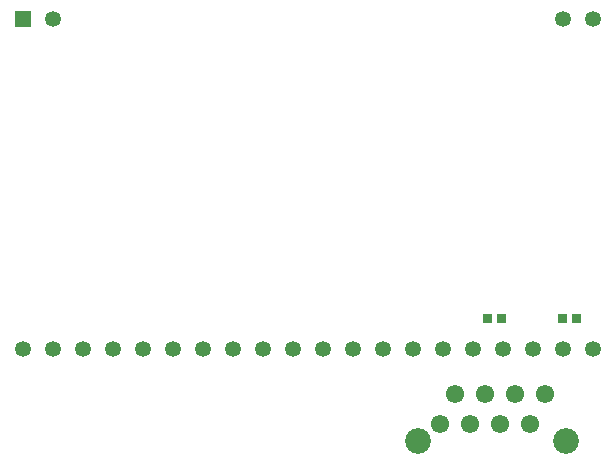
<source format=gts>
G04 start of page 7 for group -4063 idx -4063 *
G04 Title: roomunit-display, componentmask *
G04 Creator: pcb 1.99z *
G04 CreationDate: mån  6 apr 2015 22:03:21 UTC *
G04 For: jonatan *
G04 Format: Gerber/RS-274X *
G04 PCB-Dimensions (mil): 2362.20 1653.54 *
G04 PCB-Coordinate-Origin: lower left *
%MOIN*%
%FSLAX25Y25*%
%LNTOPMASK*%
%ADD34R,0.0276X0.0276*%
%ADD33C,0.0860*%
%ADD32C,0.0611*%
%ADD31C,0.0530*%
%ADD30C,0.0001*%
G54D30*G36*
X17350Y158004D02*Y152704D01*
X22650D01*
Y158004D01*
X17350D01*
G37*
G54D31*X30000Y155354D03*
X200000D03*
X210000D03*
G54D32*X169000Y20354D03*
X159000D03*
X174000Y30354D03*
X164000D03*
X189000Y20354D03*
X179000D03*
X184000Y30354D03*
X194000D03*
G54D31*X210000Y45354D03*
X200000D03*
X190000D03*
G54D33*X201100Y14554D03*
G54D31*X180000Y45354D03*
X170000D03*
X160000D03*
G54D33*X151900Y14554D03*
G54D31*X150000Y45354D03*
X140000D03*
X130000D03*
X120000D03*
X110000D03*
X100000D03*
X90000D03*
X80000D03*
X70000D03*
X60000D03*
X50000D03*
X40000D03*
X30000D03*
X20000D03*
G54D34*X179547Y55354D02*X179823D01*
X174862D02*X175138D01*
X199862D02*X200138D01*
X204547D02*X204823D01*
M02*

</source>
